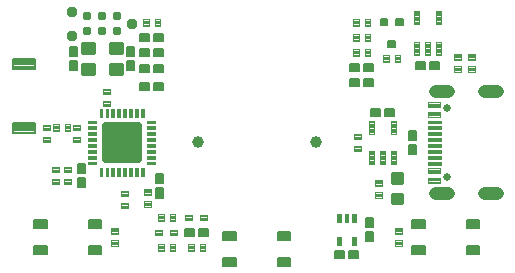
<source format=gbr>
G04 EAGLE Gerber RS-274X export*
G75*
%MOMM*%
%FSLAX34Y34*%
%LPD*%
%INSoldermask Top*%
%IPPOS*%
%AMOC8*
5,1,8,0,0,1.08239X$1,22.5*%
G01*
%ADD10C,0.200000*%
%ADD11C,0.160000*%
%ADD12C,0.148000*%
%ADD13C,0.100000*%
%ADD14C,0.300000*%
%ADD15C,0.055000*%
%ADD16C,0.510000*%
%ADD17C,0.120000*%
%ADD18C,1.000000*%
%ADD19C,0.140000*%
%ADD20C,0.950000*%
%ADD21C,0.787400*%
%ADD22C,0.110000*%
%ADD23C,0.080000*%
%ADD24C,1.108000*%
%ADD25C,0.650000*%
%ADD26C,0.060000*%
%ADD27C,0.220000*%


D10*
X-205850Y16370D02*
X-187850Y16370D01*
X-187850Y8370D01*
X-205850Y8370D01*
X-205850Y16370D01*
X-205850Y10270D02*
X-187850Y10270D01*
X-187850Y12170D02*
X-205850Y12170D01*
X-205850Y14070D02*
X-187850Y14070D01*
X-187850Y15970D02*
X-205850Y15970D01*
X-205850Y70370D02*
X-187850Y70370D01*
X-187850Y62370D01*
X-205850Y62370D01*
X-205850Y70370D01*
X-205850Y64270D02*
X-187850Y64270D01*
X-187850Y66170D02*
X-205850Y66170D01*
X-205850Y68070D02*
X-187850Y68070D01*
X-187850Y69970D02*
X-205850Y69970D01*
D11*
X-28200Y-97800D02*
X-17800Y-97800D01*
X-17800Y-104200D01*
X-28200Y-104200D01*
X-28200Y-97800D01*
X-28200Y-102680D02*
X-17800Y-102680D01*
X-17800Y-101160D02*
X-28200Y-101160D01*
X-28200Y-99640D02*
X-17800Y-99640D01*
X-17800Y-98120D02*
X-28200Y-98120D01*
X-28200Y-75800D02*
X-17800Y-75800D01*
X-17800Y-82200D01*
X-28200Y-82200D01*
X-28200Y-75800D01*
X-28200Y-80680D02*
X-17800Y-80680D01*
X-17800Y-79160D02*
X-28200Y-79160D01*
X-28200Y-77640D02*
X-17800Y-77640D01*
X-17800Y-76120D02*
X-28200Y-76120D01*
X17800Y-75800D02*
X28200Y-75800D01*
X28200Y-82200D01*
X17800Y-82200D01*
X17800Y-75800D01*
X17800Y-80680D02*
X28200Y-80680D01*
X28200Y-79160D02*
X17800Y-79160D01*
X17800Y-77640D02*
X28200Y-77640D01*
X28200Y-76120D02*
X17800Y-76120D01*
X17800Y-97800D02*
X28200Y-97800D01*
X28200Y-104200D01*
X17800Y-104200D01*
X17800Y-97800D01*
X17800Y-102680D02*
X28200Y-102680D01*
X28200Y-101160D02*
X17800Y-101160D01*
X17800Y-99640D02*
X28200Y-99640D01*
X28200Y-98120D02*
X17800Y-98120D01*
X-131800Y-72200D02*
X-142200Y-72200D01*
X-142200Y-65800D01*
X-131800Y-65800D01*
X-131800Y-72200D01*
X-131800Y-70680D02*
X-142200Y-70680D01*
X-142200Y-69160D02*
X-131800Y-69160D01*
X-131800Y-67640D02*
X-142200Y-67640D01*
X-142200Y-66120D02*
X-131800Y-66120D01*
X-131800Y-94200D02*
X-142200Y-94200D01*
X-142200Y-87800D01*
X-131800Y-87800D01*
X-131800Y-94200D01*
X-131800Y-92680D02*
X-142200Y-92680D01*
X-142200Y-91160D02*
X-131800Y-91160D01*
X-131800Y-89640D02*
X-142200Y-89640D01*
X-142200Y-88120D02*
X-131800Y-88120D01*
X-177800Y-94200D02*
X-188200Y-94200D01*
X-188200Y-87800D01*
X-177800Y-87800D01*
X-177800Y-94200D01*
X-177800Y-92680D02*
X-188200Y-92680D01*
X-188200Y-91160D02*
X-177800Y-91160D01*
X-177800Y-89640D02*
X-188200Y-89640D01*
X-188200Y-88120D02*
X-177800Y-88120D01*
X-177800Y-72200D02*
X-188200Y-72200D01*
X-188200Y-65800D01*
X-177800Y-65800D01*
X-177800Y-72200D01*
X-177800Y-70680D02*
X-188200Y-70680D01*
X-188200Y-69160D02*
X-177800Y-69160D01*
X-177800Y-67640D02*
X-188200Y-67640D01*
X-188200Y-66120D02*
X-177800Y-66120D01*
X131800Y-87800D02*
X142200Y-87800D01*
X142200Y-94200D01*
X131800Y-94200D01*
X131800Y-87800D01*
X131800Y-92680D02*
X142200Y-92680D01*
X142200Y-91160D02*
X131800Y-91160D01*
X131800Y-89640D02*
X142200Y-89640D01*
X142200Y-88120D02*
X131800Y-88120D01*
X131800Y-65800D02*
X142200Y-65800D01*
X142200Y-72200D01*
X131800Y-72200D01*
X131800Y-65800D01*
X131800Y-70680D02*
X142200Y-70680D01*
X142200Y-69160D02*
X131800Y-69160D01*
X131800Y-67640D02*
X142200Y-67640D01*
X142200Y-66120D02*
X131800Y-66120D01*
X177800Y-65800D02*
X188200Y-65800D01*
X188200Y-72200D01*
X177800Y-72200D01*
X177800Y-65800D01*
X177800Y-70680D02*
X188200Y-70680D01*
X188200Y-69160D02*
X177800Y-69160D01*
X177800Y-67640D02*
X188200Y-67640D01*
X188200Y-66120D02*
X177800Y-66120D01*
X177800Y-87800D02*
X188200Y-87800D01*
X188200Y-94200D01*
X177800Y-94200D01*
X177800Y-87800D01*
X177800Y-92680D02*
X188200Y-92680D01*
X188200Y-91160D02*
X177800Y-91160D01*
X177800Y-89640D02*
X188200Y-89640D01*
X188200Y-88120D02*
X177800Y-88120D01*
D12*
X98210Y-83545D02*
X98210Y-75775D01*
X98210Y-83545D02*
X92290Y-83545D01*
X92290Y-75775D01*
X98210Y-75775D01*
X98210Y-82139D02*
X92290Y-82139D01*
X92290Y-80733D02*
X98210Y-80733D01*
X98210Y-79327D02*
X92290Y-79327D01*
X92290Y-77921D02*
X98210Y-77921D01*
X98210Y-76515D02*
X92290Y-76515D01*
X98210Y-71545D02*
X98210Y-63775D01*
X98210Y-71545D02*
X92290Y-71545D01*
X92290Y-63775D01*
X98210Y-63775D01*
X98210Y-70139D02*
X92290Y-70139D01*
X92290Y-68733D02*
X98210Y-68733D01*
X98210Y-67327D02*
X92290Y-67327D01*
X92290Y-65921D02*
X98210Y-65921D01*
X98210Y-64515D02*
X92290Y-64515D01*
X-79015Y79160D02*
X-86785Y79160D01*
X-79015Y79160D02*
X-79015Y73240D01*
X-86785Y73240D01*
X-86785Y79160D01*
X-86785Y74646D02*
X-79015Y74646D01*
X-79015Y76052D02*
X-86785Y76052D01*
X-86785Y77458D02*
X-79015Y77458D01*
X-79015Y78864D02*
X-86785Y78864D01*
X-91015Y79160D02*
X-98785Y79160D01*
X-91015Y79160D02*
X-91015Y73240D01*
X-98785Y73240D01*
X-98785Y79160D01*
X-98785Y74646D02*
X-91015Y74646D01*
X-91015Y76052D02*
X-98785Y76052D01*
X-98785Y77458D02*
X-91015Y77458D01*
X-91015Y78864D02*
X-98785Y78864D01*
X-98785Y85940D02*
X-91015Y85940D01*
X-98785Y85940D02*
X-98785Y91860D01*
X-91015Y91860D01*
X-91015Y85940D01*
X-91015Y87346D02*
X-98785Y87346D01*
X-98785Y88752D02*
X-91015Y88752D01*
X-91015Y90158D02*
X-98785Y90158D01*
X-98785Y91564D02*
X-91015Y91564D01*
X-86785Y85940D02*
X-79015Y85940D01*
X-86785Y85940D02*
X-86785Y91860D01*
X-79015Y91860D01*
X-79015Y85940D01*
X-79015Y87346D02*
X-86785Y87346D01*
X-86785Y88752D02*
X-79015Y88752D01*
X-79015Y90158D02*
X-86785Y90158D01*
X-86785Y91564D02*
X-79015Y91564D01*
X91015Y66460D02*
X98785Y66460D01*
X98785Y60540D01*
X91015Y60540D01*
X91015Y66460D01*
X91015Y61946D02*
X98785Y61946D01*
X98785Y63352D02*
X91015Y63352D01*
X91015Y64758D02*
X98785Y64758D01*
X98785Y66164D02*
X91015Y66164D01*
X86785Y66460D02*
X79015Y66460D01*
X86785Y66460D02*
X86785Y60540D01*
X79015Y60540D01*
X79015Y66460D01*
X79015Y61946D02*
X86785Y61946D01*
X86785Y63352D02*
X79015Y63352D01*
X79015Y64758D02*
X86785Y64758D01*
X86785Y66164D02*
X79015Y66164D01*
X91015Y53760D02*
X98785Y53760D01*
X98785Y47840D01*
X91015Y47840D01*
X91015Y53760D01*
X91015Y49246D02*
X98785Y49246D01*
X98785Y50652D02*
X91015Y50652D01*
X91015Y52058D02*
X98785Y52058D01*
X98785Y53464D02*
X91015Y53464D01*
X86785Y53760D02*
X79015Y53760D01*
X86785Y53760D02*
X86785Y47840D01*
X79015Y47840D01*
X79015Y53760D01*
X79015Y49246D02*
X86785Y49246D01*
X86785Y50652D02*
X79015Y50652D01*
X79015Y52058D02*
X86785Y52058D01*
X86785Y53464D02*
X79015Y53464D01*
X-91015Y44030D02*
X-98785Y44030D01*
X-98785Y49950D01*
X-91015Y49950D01*
X-91015Y44030D01*
X-91015Y45436D02*
X-98785Y45436D01*
X-98785Y46842D02*
X-91015Y46842D01*
X-91015Y48248D02*
X-98785Y48248D01*
X-98785Y49654D02*
X-91015Y49654D01*
X-86785Y44030D02*
X-79015Y44030D01*
X-86785Y44030D02*
X-86785Y49950D01*
X-79015Y49950D01*
X-79015Y44030D01*
X-79015Y45436D02*
X-86785Y45436D01*
X-86785Y46842D02*
X-79015Y46842D01*
X-79015Y48248D02*
X-86785Y48248D01*
X-86785Y49654D02*
X-79015Y49654D01*
X-103720Y61235D02*
X-103720Y69005D01*
X-103720Y61235D02*
X-109640Y61235D01*
X-109640Y69005D01*
X-103720Y69005D01*
X-103720Y62641D02*
X-109640Y62641D01*
X-109640Y64047D02*
X-103720Y64047D01*
X-103720Y65453D02*
X-109640Y65453D01*
X-109640Y66859D02*
X-103720Y66859D01*
X-103720Y68265D02*
X-109640Y68265D01*
X-103720Y73235D02*
X-103720Y81005D01*
X-103720Y73235D02*
X-109640Y73235D01*
X-109640Y81005D01*
X-103720Y81005D01*
X-103720Y74641D02*
X-109640Y74641D01*
X-109640Y76047D02*
X-103720Y76047D01*
X-103720Y77453D02*
X-109640Y77453D01*
X-109640Y78859D02*
X-103720Y78859D01*
X-103720Y80265D02*
X-109640Y80265D01*
X-157900Y81005D02*
X-157900Y73235D01*
X-157900Y81005D02*
X-151980Y81005D01*
X-151980Y73235D01*
X-157900Y73235D01*
X-157900Y74641D02*
X-151980Y74641D01*
X-151980Y76047D02*
X-157900Y76047D01*
X-157900Y77453D02*
X-151980Y77453D01*
X-151980Y78859D02*
X-157900Y78859D01*
X-157900Y80265D02*
X-151980Y80265D01*
X-157900Y69005D02*
X-157900Y61235D01*
X-157900Y69005D02*
X-151980Y69005D01*
X-151980Y61235D01*
X-157900Y61235D01*
X-157900Y62641D02*
X-151980Y62641D01*
X-151980Y64047D02*
X-157900Y64047D01*
X-157900Y65453D02*
X-151980Y65453D01*
X-151980Y66859D02*
X-157900Y66859D01*
X-157900Y68265D02*
X-151980Y68265D01*
X66315Y-98210D02*
X74085Y-98210D01*
X66315Y-98210D02*
X66315Y-92290D01*
X74085Y-92290D01*
X74085Y-98210D01*
X74085Y-96804D02*
X66315Y-96804D01*
X66315Y-95398D02*
X74085Y-95398D01*
X74085Y-93992D02*
X66315Y-93992D01*
X66315Y-92586D02*
X74085Y-92586D01*
X78315Y-98210D02*
X86085Y-98210D01*
X78315Y-98210D02*
X78315Y-92290D01*
X86085Y-92290D01*
X86085Y-98210D01*
X86085Y-96804D02*
X78315Y-96804D01*
X78315Y-95398D02*
X86085Y-95398D01*
X86085Y-93992D02*
X78315Y-93992D01*
X78315Y-92586D02*
X86085Y-92586D01*
X-145630Y-37825D02*
X-145630Y-30055D01*
X-145630Y-37825D02*
X-151550Y-37825D01*
X-151550Y-30055D01*
X-145630Y-30055D01*
X-145630Y-36419D02*
X-151550Y-36419D01*
X-151550Y-35013D02*
X-145630Y-35013D01*
X-145630Y-33607D02*
X-151550Y-33607D01*
X-151550Y-32201D02*
X-145630Y-32201D01*
X-145630Y-30795D02*
X-151550Y-30795D01*
X-145630Y-25825D02*
X-145630Y-18055D01*
X-145630Y-25825D02*
X-151550Y-25825D01*
X-151550Y-18055D01*
X-145630Y-18055D01*
X-145630Y-24419D02*
X-151550Y-24419D01*
X-151550Y-23013D02*
X-145630Y-23013D01*
X-145630Y-21607D02*
X-151550Y-21607D01*
X-151550Y-20201D02*
X-145630Y-20201D01*
X-145630Y-18795D02*
X-151550Y-18795D01*
X-79590Y-38945D02*
X-79590Y-46715D01*
X-85510Y-46715D01*
X-85510Y-38945D01*
X-79590Y-38945D01*
X-79590Y-45309D02*
X-85510Y-45309D01*
X-85510Y-43903D02*
X-79590Y-43903D01*
X-79590Y-42497D02*
X-85510Y-42497D01*
X-85510Y-41091D02*
X-79590Y-41091D01*
X-79590Y-39685D02*
X-85510Y-39685D01*
X-79590Y-34715D02*
X-79590Y-26945D01*
X-79590Y-34715D02*
X-85510Y-34715D01*
X-85510Y-26945D01*
X-79590Y-26945D01*
X-79590Y-33309D02*
X-85510Y-33309D01*
X-85510Y-31903D02*
X-79590Y-31903D01*
X-79590Y-30497D02*
X-85510Y-30497D01*
X-85510Y-29091D02*
X-79590Y-29091D01*
X-79590Y-27685D02*
X-85510Y-27685D01*
X96795Y22440D02*
X104565Y22440D01*
X96795Y22440D02*
X96795Y28360D01*
X104565Y28360D01*
X104565Y22440D01*
X104565Y23846D02*
X96795Y23846D01*
X96795Y25252D02*
X104565Y25252D01*
X104565Y26658D02*
X96795Y26658D01*
X96795Y28064D02*
X104565Y28064D01*
X108795Y22440D02*
X116565Y22440D01*
X108795Y22440D02*
X108795Y28360D01*
X116565Y28360D01*
X116565Y22440D01*
X116565Y23846D02*
X108795Y23846D01*
X108795Y25252D02*
X116565Y25252D01*
X116565Y26658D02*
X108795Y26658D01*
X108795Y28064D02*
X116565Y28064D01*
X135040Y-2115D02*
X135040Y-9885D01*
X129120Y-9885D01*
X129120Y-2115D01*
X135040Y-2115D01*
X135040Y-8479D02*
X129120Y-8479D01*
X129120Y-7073D02*
X135040Y-7073D01*
X135040Y-5667D02*
X129120Y-5667D01*
X129120Y-4261D02*
X135040Y-4261D01*
X135040Y-2855D02*
X129120Y-2855D01*
X135040Y2115D02*
X135040Y9885D01*
X135040Y2115D02*
X129120Y2115D01*
X129120Y9885D01*
X135040Y9885D01*
X135040Y3521D02*
X129120Y3521D01*
X129120Y4927D02*
X135040Y4927D01*
X135040Y6333D02*
X129120Y6333D01*
X129120Y7739D02*
X135040Y7739D01*
X135040Y9145D02*
X129120Y9145D01*
X-52915Y-79160D02*
X-60685Y-79160D01*
X-60685Y-73240D01*
X-52915Y-73240D01*
X-52915Y-79160D01*
X-52915Y-77754D02*
X-60685Y-77754D01*
X-60685Y-76348D02*
X-52915Y-76348D01*
X-52915Y-74942D02*
X-60685Y-74942D01*
X-60685Y-73536D02*
X-52915Y-73536D01*
X-48685Y-79160D02*
X-40915Y-79160D01*
X-48685Y-79160D02*
X-48685Y-73240D01*
X-40915Y-73240D01*
X-40915Y-79160D01*
X-40915Y-77754D02*
X-48685Y-77754D01*
X-48685Y-76348D02*
X-40915Y-76348D01*
X-40915Y-74942D02*
X-48685Y-74942D01*
X-48685Y-73536D02*
X-40915Y-73536D01*
X134895Y61810D02*
X142665Y61810D01*
X134895Y61810D02*
X134895Y67730D01*
X142665Y67730D01*
X142665Y61810D01*
X142665Y63216D02*
X134895Y63216D01*
X134895Y64622D02*
X142665Y64622D01*
X142665Y66028D02*
X134895Y66028D01*
X134895Y67434D02*
X142665Y67434D01*
X146895Y61810D02*
X154665Y61810D01*
X146895Y61810D02*
X146895Y67730D01*
X154665Y67730D01*
X154665Y61810D01*
X154665Y63216D02*
X146895Y63216D01*
X146895Y64622D02*
X154665Y64622D01*
X154665Y66028D02*
X146895Y66028D01*
X146895Y67434D02*
X154665Y67434D01*
X-79015Y65190D02*
X-86785Y65190D01*
X-79015Y65190D02*
X-79015Y59270D01*
X-86785Y59270D01*
X-86785Y65190D01*
X-86785Y60676D02*
X-79015Y60676D01*
X-79015Y62082D02*
X-86785Y62082D01*
X-86785Y63488D02*
X-79015Y63488D01*
X-79015Y64894D02*
X-86785Y64894D01*
X-91015Y65190D02*
X-98785Y65190D01*
X-91015Y65190D02*
X-91015Y59270D01*
X-98785Y59270D01*
X-98785Y65190D01*
X-98785Y60676D02*
X-91015Y60676D01*
X-91015Y62082D02*
X-98785Y62082D01*
X-98785Y63488D02*
X-91015Y63488D01*
X-91015Y64894D02*
X-98785Y64894D01*
D13*
X-86200Y-74200D02*
X-80200Y-74200D01*
X-80200Y-78200D01*
X-86200Y-78200D01*
X-86200Y-74200D01*
X-86200Y-77250D02*
X-80200Y-77250D01*
X-80200Y-76300D02*
X-86200Y-76300D01*
X-86200Y-75350D02*
X-80200Y-75350D01*
X-80200Y-74400D02*
X-86200Y-74400D01*
X-73200Y-74200D02*
X-67200Y-74200D01*
X-67200Y-78200D01*
X-73200Y-78200D01*
X-73200Y-74200D01*
X-73200Y-77250D02*
X-67200Y-77250D01*
X-67200Y-76300D02*
X-73200Y-76300D01*
X-73200Y-75350D02*
X-67200Y-75350D01*
X-67200Y-74400D02*
X-73200Y-74400D01*
X-60800Y-61500D02*
X-54800Y-61500D01*
X-54800Y-65500D01*
X-60800Y-65500D01*
X-60800Y-61500D01*
X-60800Y-64550D02*
X-54800Y-64550D01*
X-54800Y-63600D02*
X-60800Y-63600D01*
X-60800Y-62650D02*
X-54800Y-62650D01*
X-54800Y-61700D02*
X-60800Y-61700D01*
X-47800Y-61500D02*
X-41800Y-61500D01*
X-41800Y-65500D01*
X-47800Y-65500D01*
X-47800Y-61500D01*
X-47800Y-64550D02*
X-41800Y-64550D01*
X-41800Y-63600D02*
X-47800Y-63600D01*
X-47800Y-62650D02*
X-41800Y-62650D01*
X-41800Y-61700D02*
X-47800Y-61700D01*
D14*
X115880Y-34100D02*
X122880Y-34100D01*
X115880Y-34100D02*
X115880Y-27100D01*
X122880Y-27100D01*
X122880Y-34100D01*
X122880Y-31250D02*
X115880Y-31250D01*
X115880Y-28400D02*
X122880Y-28400D01*
X122880Y-51640D02*
X115880Y-51640D01*
X115880Y-44640D01*
X122880Y-44640D01*
X122880Y-51640D01*
X122880Y-48790D02*
X115880Y-48790D01*
X115880Y-45940D02*
X122880Y-45940D01*
D15*
X-86075Y1400D02*
X-92525Y1400D01*
X-92525Y3600D01*
X-86075Y3600D01*
X-86075Y1400D01*
X-86075Y1922D02*
X-92525Y1922D01*
X-92525Y2444D02*
X-86075Y2444D01*
X-86075Y2966D02*
X-92525Y2966D01*
X-92525Y3488D02*
X-86075Y3488D01*
X-86075Y-3600D02*
X-92525Y-3600D01*
X-92525Y-1400D01*
X-86075Y-1400D01*
X-86075Y-3600D01*
X-86075Y-3078D02*
X-92525Y-3078D01*
X-92525Y-2556D02*
X-86075Y-2556D01*
X-86075Y-2034D02*
X-92525Y-2034D01*
X-92525Y-1512D02*
X-86075Y-1512D01*
X-86075Y-8600D02*
X-92525Y-8600D01*
X-92525Y-6400D01*
X-86075Y-6400D01*
X-86075Y-8600D01*
X-86075Y-8078D02*
X-92525Y-8078D01*
X-92525Y-7556D02*
X-86075Y-7556D01*
X-86075Y-7034D02*
X-92525Y-7034D01*
X-92525Y-6512D02*
X-86075Y-6512D01*
X-86075Y6400D02*
X-92525Y6400D01*
X-92525Y8600D01*
X-86075Y8600D01*
X-86075Y6400D01*
X-86075Y6922D02*
X-92525Y6922D01*
X-92525Y7444D02*
X-86075Y7444D01*
X-86075Y7966D02*
X-92525Y7966D01*
X-92525Y8488D02*
X-86075Y8488D01*
X-86075Y11400D02*
X-92525Y11400D01*
X-92525Y13600D01*
X-86075Y13600D01*
X-86075Y11400D01*
X-86075Y11922D02*
X-92525Y11922D01*
X-92525Y12444D02*
X-86075Y12444D01*
X-86075Y12966D02*
X-92525Y12966D01*
X-92525Y13488D02*
X-86075Y13488D01*
X-86075Y-13600D02*
X-92525Y-13600D01*
X-92525Y-11400D01*
X-86075Y-11400D01*
X-86075Y-13600D01*
X-86075Y-13078D02*
X-92525Y-13078D01*
X-92525Y-12556D02*
X-86075Y-12556D01*
X-86075Y-12034D02*
X-92525Y-12034D01*
X-92525Y-11512D02*
X-86075Y-11512D01*
X-86075Y-18600D02*
X-92525Y-18600D01*
X-92525Y-16400D01*
X-86075Y-16400D01*
X-86075Y-18600D01*
X-86075Y-18078D02*
X-92525Y-18078D01*
X-92525Y-17556D02*
X-86075Y-17556D01*
X-86075Y-17034D02*
X-92525Y-17034D01*
X-92525Y-16512D02*
X-86075Y-16512D01*
X-86075Y16400D02*
X-92525Y16400D01*
X-92525Y18600D01*
X-86075Y18600D01*
X-86075Y16400D01*
X-86075Y16922D02*
X-92525Y16922D01*
X-92525Y17444D02*
X-86075Y17444D01*
X-86075Y17966D02*
X-92525Y17966D01*
X-92525Y18488D02*
X-86075Y18488D01*
X-136075Y16400D02*
X-142525Y16400D01*
X-142525Y18600D01*
X-136075Y18600D01*
X-136075Y16400D01*
X-136075Y16922D02*
X-142525Y16922D01*
X-142525Y17444D02*
X-136075Y17444D01*
X-136075Y17966D02*
X-142525Y17966D01*
X-142525Y18488D02*
X-136075Y18488D01*
X-136075Y-18600D02*
X-142525Y-18600D01*
X-142525Y-16400D01*
X-136075Y-16400D01*
X-136075Y-18600D01*
X-136075Y-18078D02*
X-142525Y-18078D01*
X-142525Y-17556D02*
X-136075Y-17556D01*
X-136075Y-17034D02*
X-142525Y-17034D01*
X-142525Y-16512D02*
X-136075Y-16512D01*
X-136075Y-13600D02*
X-142525Y-13600D01*
X-142525Y-11400D01*
X-136075Y-11400D01*
X-136075Y-13600D01*
X-136075Y-13078D02*
X-142525Y-13078D01*
X-142525Y-12556D02*
X-136075Y-12556D01*
X-136075Y-12034D02*
X-142525Y-12034D01*
X-142525Y-11512D02*
X-136075Y-11512D01*
X-136075Y11400D02*
X-142525Y11400D01*
X-142525Y13600D01*
X-136075Y13600D01*
X-136075Y11400D01*
X-136075Y11922D02*
X-142525Y11922D01*
X-142525Y12444D02*
X-136075Y12444D01*
X-136075Y12966D02*
X-142525Y12966D01*
X-142525Y13488D02*
X-136075Y13488D01*
X-136075Y6400D02*
X-142525Y6400D01*
X-142525Y8600D01*
X-136075Y8600D01*
X-136075Y6400D01*
X-136075Y6922D02*
X-142525Y6922D01*
X-142525Y7444D02*
X-136075Y7444D01*
X-136075Y7966D02*
X-142525Y7966D01*
X-142525Y8488D02*
X-136075Y8488D01*
X-136075Y-8600D02*
X-142525Y-8600D01*
X-142525Y-6400D01*
X-136075Y-6400D01*
X-136075Y-8600D01*
X-136075Y-8078D02*
X-142525Y-8078D01*
X-142525Y-7556D02*
X-136075Y-7556D01*
X-136075Y-7034D02*
X-142525Y-7034D01*
X-142525Y-6512D02*
X-136075Y-6512D01*
X-136075Y-3600D02*
X-142525Y-3600D01*
X-142525Y-1400D01*
X-136075Y-1400D01*
X-136075Y-3600D01*
X-136075Y-3078D02*
X-142525Y-3078D01*
X-142525Y-2556D02*
X-136075Y-2556D01*
X-136075Y-2034D02*
X-142525Y-2034D01*
X-142525Y-1512D02*
X-136075Y-1512D01*
X-136075Y1400D02*
X-142525Y1400D01*
X-142525Y3600D01*
X-136075Y3600D01*
X-136075Y1400D01*
X-136075Y1922D02*
X-142525Y1922D01*
X-142525Y2444D02*
X-136075Y2444D01*
X-136075Y2966D02*
X-142525Y2966D01*
X-142525Y3488D02*
X-136075Y3488D01*
X-115700Y21775D02*
X-115700Y28225D01*
X-115700Y21775D02*
X-117900Y21775D01*
X-117900Y28225D01*
X-115700Y28225D01*
X-115700Y22297D02*
X-117900Y22297D01*
X-117900Y22819D02*
X-115700Y22819D01*
X-115700Y23341D02*
X-117900Y23341D01*
X-117900Y23863D02*
X-115700Y23863D01*
X-115700Y24385D02*
X-117900Y24385D01*
X-117900Y24907D02*
X-115700Y24907D01*
X-115700Y25429D02*
X-117900Y25429D01*
X-117900Y25951D02*
X-115700Y25951D01*
X-115700Y26473D02*
X-117900Y26473D01*
X-117900Y26995D02*
X-115700Y26995D01*
X-115700Y27517D02*
X-117900Y27517D01*
X-117900Y28039D02*
X-115700Y28039D01*
X-115700Y-21775D02*
X-115700Y-28225D01*
X-117900Y-28225D01*
X-117900Y-21775D01*
X-115700Y-21775D01*
X-115700Y-27703D02*
X-117900Y-27703D01*
X-117900Y-27181D02*
X-115700Y-27181D01*
X-115700Y-26659D02*
X-117900Y-26659D01*
X-117900Y-26137D02*
X-115700Y-26137D01*
X-115700Y-25615D02*
X-117900Y-25615D01*
X-117900Y-25093D02*
X-115700Y-25093D01*
X-115700Y-24571D02*
X-117900Y-24571D01*
X-117900Y-24049D02*
X-115700Y-24049D01*
X-115700Y-23527D02*
X-117900Y-23527D01*
X-117900Y-23005D02*
X-115700Y-23005D01*
X-115700Y-22483D02*
X-117900Y-22483D01*
X-117900Y-21961D02*
X-115700Y-21961D01*
X-110700Y-21775D02*
X-110700Y-28225D01*
X-112900Y-28225D01*
X-112900Y-21775D01*
X-110700Y-21775D01*
X-110700Y-27703D02*
X-112900Y-27703D01*
X-112900Y-27181D02*
X-110700Y-27181D01*
X-110700Y-26659D02*
X-112900Y-26659D01*
X-112900Y-26137D02*
X-110700Y-26137D01*
X-110700Y-25615D02*
X-112900Y-25615D01*
X-112900Y-25093D02*
X-110700Y-25093D01*
X-110700Y-24571D02*
X-112900Y-24571D01*
X-112900Y-24049D02*
X-110700Y-24049D01*
X-110700Y-23527D02*
X-112900Y-23527D01*
X-112900Y-23005D02*
X-110700Y-23005D01*
X-110700Y-22483D02*
X-112900Y-22483D01*
X-112900Y-21961D02*
X-110700Y-21961D01*
X-110700Y21775D02*
X-110700Y28225D01*
X-110700Y21775D02*
X-112900Y21775D01*
X-112900Y28225D01*
X-110700Y28225D01*
X-110700Y22297D02*
X-112900Y22297D01*
X-112900Y22819D02*
X-110700Y22819D01*
X-110700Y23341D02*
X-112900Y23341D01*
X-112900Y23863D02*
X-110700Y23863D01*
X-110700Y24385D02*
X-112900Y24385D01*
X-112900Y24907D02*
X-110700Y24907D01*
X-110700Y25429D02*
X-112900Y25429D01*
X-112900Y25951D02*
X-110700Y25951D01*
X-110700Y26473D02*
X-112900Y26473D01*
X-112900Y26995D02*
X-110700Y26995D01*
X-110700Y27517D02*
X-112900Y27517D01*
X-112900Y28039D02*
X-110700Y28039D01*
X-105700Y28225D02*
X-105700Y21775D01*
X-107900Y21775D01*
X-107900Y28225D01*
X-105700Y28225D01*
X-105700Y22297D02*
X-107900Y22297D01*
X-107900Y22819D02*
X-105700Y22819D01*
X-105700Y23341D02*
X-107900Y23341D01*
X-107900Y23863D02*
X-105700Y23863D01*
X-105700Y24385D02*
X-107900Y24385D01*
X-107900Y24907D02*
X-105700Y24907D01*
X-105700Y25429D02*
X-107900Y25429D01*
X-107900Y25951D02*
X-105700Y25951D01*
X-105700Y26473D02*
X-107900Y26473D01*
X-107900Y26995D02*
X-105700Y26995D01*
X-105700Y27517D02*
X-107900Y27517D01*
X-107900Y28039D02*
X-105700Y28039D01*
X-105700Y-21775D02*
X-105700Y-28225D01*
X-107900Y-28225D01*
X-107900Y-21775D01*
X-105700Y-21775D01*
X-105700Y-27703D02*
X-107900Y-27703D01*
X-107900Y-27181D02*
X-105700Y-27181D01*
X-105700Y-26659D02*
X-107900Y-26659D01*
X-107900Y-26137D02*
X-105700Y-26137D01*
X-105700Y-25615D02*
X-107900Y-25615D01*
X-107900Y-25093D02*
X-105700Y-25093D01*
X-105700Y-24571D02*
X-107900Y-24571D01*
X-107900Y-24049D02*
X-105700Y-24049D01*
X-105700Y-23527D02*
X-107900Y-23527D01*
X-107900Y-23005D02*
X-105700Y-23005D01*
X-105700Y-22483D02*
X-107900Y-22483D01*
X-107900Y-21961D02*
X-105700Y-21961D01*
X-120700Y-21775D02*
X-120700Y-28225D01*
X-122900Y-28225D01*
X-122900Y-21775D01*
X-120700Y-21775D01*
X-120700Y-27703D02*
X-122900Y-27703D01*
X-122900Y-27181D02*
X-120700Y-27181D01*
X-120700Y-26659D02*
X-122900Y-26659D01*
X-122900Y-26137D02*
X-120700Y-26137D01*
X-120700Y-25615D02*
X-122900Y-25615D01*
X-122900Y-25093D02*
X-120700Y-25093D01*
X-120700Y-24571D02*
X-122900Y-24571D01*
X-122900Y-24049D02*
X-120700Y-24049D01*
X-120700Y-23527D02*
X-122900Y-23527D01*
X-122900Y-23005D02*
X-120700Y-23005D01*
X-120700Y-22483D02*
X-122900Y-22483D01*
X-122900Y-21961D02*
X-120700Y-21961D01*
X-120700Y21775D02*
X-120700Y28225D01*
X-120700Y21775D02*
X-122900Y21775D01*
X-122900Y28225D01*
X-120700Y28225D01*
X-120700Y22297D02*
X-122900Y22297D01*
X-122900Y22819D02*
X-120700Y22819D01*
X-120700Y23341D02*
X-122900Y23341D01*
X-122900Y23863D02*
X-120700Y23863D01*
X-120700Y24385D02*
X-122900Y24385D01*
X-122900Y24907D02*
X-120700Y24907D01*
X-120700Y25429D02*
X-122900Y25429D01*
X-122900Y25951D02*
X-120700Y25951D01*
X-120700Y26473D02*
X-122900Y26473D01*
X-122900Y26995D02*
X-120700Y26995D01*
X-120700Y27517D02*
X-122900Y27517D01*
X-122900Y28039D02*
X-120700Y28039D01*
X-125700Y28225D02*
X-125700Y21775D01*
X-127900Y21775D01*
X-127900Y28225D01*
X-125700Y28225D01*
X-125700Y22297D02*
X-127900Y22297D01*
X-127900Y22819D02*
X-125700Y22819D01*
X-125700Y23341D02*
X-127900Y23341D01*
X-127900Y23863D02*
X-125700Y23863D01*
X-125700Y24385D02*
X-127900Y24385D01*
X-127900Y24907D02*
X-125700Y24907D01*
X-125700Y25429D02*
X-127900Y25429D01*
X-127900Y25951D02*
X-125700Y25951D01*
X-125700Y26473D02*
X-127900Y26473D01*
X-127900Y26995D02*
X-125700Y26995D01*
X-125700Y27517D02*
X-127900Y27517D01*
X-127900Y28039D02*
X-125700Y28039D01*
X-125700Y-21775D02*
X-125700Y-28225D01*
X-127900Y-28225D01*
X-127900Y-21775D01*
X-125700Y-21775D01*
X-125700Y-27703D02*
X-127900Y-27703D01*
X-127900Y-27181D02*
X-125700Y-27181D01*
X-125700Y-26659D02*
X-127900Y-26659D01*
X-127900Y-26137D02*
X-125700Y-26137D01*
X-125700Y-25615D02*
X-127900Y-25615D01*
X-127900Y-25093D02*
X-125700Y-25093D01*
X-125700Y-24571D02*
X-127900Y-24571D01*
X-127900Y-24049D02*
X-125700Y-24049D01*
X-125700Y-23527D02*
X-127900Y-23527D01*
X-127900Y-23005D02*
X-125700Y-23005D01*
X-125700Y-22483D02*
X-127900Y-22483D01*
X-127900Y-21961D02*
X-125700Y-21961D01*
X-100700Y-21775D02*
X-100700Y-28225D01*
X-102900Y-28225D01*
X-102900Y-21775D01*
X-100700Y-21775D01*
X-100700Y-27703D02*
X-102900Y-27703D01*
X-102900Y-27181D02*
X-100700Y-27181D01*
X-100700Y-26659D02*
X-102900Y-26659D01*
X-102900Y-26137D02*
X-100700Y-26137D01*
X-100700Y-25615D02*
X-102900Y-25615D01*
X-102900Y-25093D02*
X-100700Y-25093D01*
X-100700Y-24571D02*
X-102900Y-24571D01*
X-102900Y-24049D02*
X-100700Y-24049D01*
X-100700Y-23527D02*
X-102900Y-23527D01*
X-102900Y-23005D02*
X-100700Y-23005D01*
X-100700Y-22483D02*
X-102900Y-22483D01*
X-102900Y-21961D02*
X-100700Y-21961D01*
X-100700Y21775D02*
X-100700Y28225D01*
X-100700Y21775D02*
X-102900Y21775D01*
X-102900Y28225D01*
X-100700Y28225D01*
X-100700Y22297D02*
X-102900Y22297D01*
X-102900Y22819D02*
X-100700Y22819D01*
X-100700Y23341D02*
X-102900Y23341D01*
X-102900Y23863D02*
X-100700Y23863D01*
X-100700Y24385D02*
X-102900Y24385D01*
X-102900Y24907D02*
X-100700Y24907D01*
X-100700Y25429D02*
X-102900Y25429D01*
X-102900Y25951D02*
X-100700Y25951D01*
X-100700Y26473D02*
X-102900Y26473D01*
X-102900Y26995D02*
X-100700Y26995D01*
X-100700Y27517D02*
X-102900Y27517D01*
X-102900Y28039D02*
X-100700Y28039D01*
X-95700Y28225D02*
X-95700Y21775D01*
X-97900Y21775D01*
X-97900Y28225D01*
X-95700Y28225D01*
X-95700Y22297D02*
X-97900Y22297D01*
X-97900Y22819D02*
X-95700Y22819D01*
X-95700Y23341D02*
X-97900Y23341D01*
X-97900Y23863D02*
X-95700Y23863D01*
X-95700Y24385D02*
X-97900Y24385D01*
X-97900Y24907D02*
X-95700Y24907D01*
X-95700Y25429D02*
X-97900Y25429D01*
X-97900Y25951D02*
X-95700Y25951D01*
X-95700Y26473D02*
X-97900Y26473D01*
X-97900Y26995D02*
X-95700Y26995D01*
X-95700Y27517D02*
X-97900Y27517D01*
X-97900Y28039D02*
X-95700Y28039D01*
X-95700Y-21775D02*
X-95700Y-28225D01*
X-97900Y-28225D01*
X-97900Y-21775D01*
X-95700Y-21775D01*
X-95700Y-27703D02*
X-97900Y-27703D01*
X-97900Y-27181D02*
X-95700Y-27181D01*
X-95700Y-26659D02*
X-97900Y-26659D01*
X-97900Y-26137D02*
X-95700Y-26137D01*
X-95700Y-25615D02*
X-97900Y-25615D01*
X-97900Y-25093D02*
X-95700Y-25093D01*
X-95700Y-24571D02*
X-97900Y-24571D01*
X-97900Y-24049D02*
X-95700Y-24049D01*
X-95700Y-23527D02*
X-97900Y-23527D01*
X-97900Y-23005D02*
X-95700Y-23005D01*
X-95700Y-22483D02*
X-97900Y-22483D01*
X-97900Y-21961D02*
X-95700Y-21961D01*
X-130700Y-21775D02*
X-130700Y-28225D01*
X-132900Y-28225D01*
X-132900Y-21775D01*
X-130700Y-21775D01*
X-130700Y-27703D02*
X-132900Y-27703D01*
X-132900Y-27181D02*
X-130700Y-27181D01*
X-130700Y-26659D02*
X-132900Y-26659D01*
X-132900Y-26137D02*
X-130700Y-26137D01*
X-130700Y-25615D02*
X-132900Y-25615D01*
X-132900Y-25093D02*
X-130700Y-25093D01*
X-130700Y-24571D02*
X-132900Y-24571D01*
X-132900Y-24049D02*
X-130700Y-24049D01*
X-130700Y-23527D02*
X-132900Y-23527D01*
X-132900Y-23005D02*
X-130700Y-23005D01*
X-130700Y-22483D02*
X-132900Y-22483D01*
X-132900Y-21961D02*
X-130700Y-21961D01*
X-130700Y21775D02*
X-130700Y28225D01*
X-130700Y21775D02*
X-132900Y21775D01*
X-132900Y28225D01*
X-130700Y28225D01*
X-130700Y22297D02*
X-132900Y22297D01*
X-132900Y22819D02*
X-130700Y22819D01*
X-130700Y23341D02*
X-132900Y23341D01*
X-132900Y23863D02*
X-130700Y23863D01*
X-130700Y24385D02*
X-132900Y24385D01*
X-132900Y24907D02*
X-130700Y24907D01*
X-130700Y25429D02*
X-132900Y25429D01*
X-132900Y25951D02*
X-130700Y25951D01*
X-130700Y26473D02*
X-132900Y26473D01*
X-132900Y26995D02*
X-130700Y26995D01*
X-130700Y27517D02*
X-132900Y27517D01*
X-132900Y28039D02*
X-130700Y28039D01*
D16*
X-128750Y14450D02*
X-99850Y14450D01*
X-99850Y-14450D01*
X-128750Y-14450D01*
X-128750Y14450D01*
X-128750Y-9605D02*
X-99850Y-9605D01*
X-99850Y-4760D02*
X-128750Y-4760D01*
X-128750Y85D02*
X-99850Y85D01*
X-99850Y4930D02*
X-128750Y4930D01*
X-128750Y9775D02*
X-99850Y9775D01*
D17*
X-174900Y5020D02*
X-174900Y220D01*
X-180700Y220D01*
X-180700Y5020D01*
X-174900Y5020D01*
X-174900Y1360D02*
X-180700Y1360D01*
X-180700Y2500D02*
X-174900Y2500D01*
X-174900Y3640D02*
X-180700Y3640D01*
X-180700Y4780D02*
X-174900Y4780D01*
X-174900Y10220D02*
X-174900Y15020D01*
X-174900Y10220D02*
X-180700Y10220D01*
X-180700Y15020D01*
X-174900Y15020D01*
X-174900Y11360D02*
X-180700Y11360D01*
X-180700Y12500D02*
X-174900Y12500D01*
X-174900Y13640D02*
X-180700Y13640D01*
X-180700Y14780D02*
X-174900Y14780D01*
X-149500Y5020D02*
X-149500Y220D01*
X-155300Y220D01*
X-155300Y5020D01*
X-149500Y5020D01*
X-149500Y1360D02*
X-155300Y1360D01*
X-155300Y2500D02*
X-149500Y2500D01*
X-149500Y3640D02*
X-155300Y3640D01*
X-155300Y4780D02*
X-149500Y4780D01*
X-149500Y10220D02*
X-149500Y15020D01*
X-149500Y10220D02*
X-155300Y10220D01*
X-155300Y15020D01*
X-149500Y15020D01*
X-149500Y11360D02*
X-155300Y11360D01*
X-155300Y12500D02*
X-149500Y12500D01*
X-149500Y13640D02*
X-155300Y13640D01*
X-155300Y14780D02*
X-149500Y14780D01*
X-157700Y15600D02*
X-162500Y15600D01*
X-157700Y15600D02*
X-157700Y9800D01*
X-162500Y9800D01*
X-162500Y15600D01*
X-162500Y10940D02*
X-157700Y10940D01*
X-157700Y12080D02*
X-162500Y12080D01*
X-162500Y13220D02*
X-157700Y13220D01*
X-157700Y14360D02*
X-162500Y14360D01*
X-162500Y15500D02*
X-157700Y15500D01*
X-167700Y15600D02*
X-172500Y15600D01*
X-167700Y15600D02*
X-167700Y9800D01*
X-172500Y9800D01*
X-172500Y15600D01*
X-172500Y10940D02*
X-167700Y10940D01*
X-167700Y12080D02*
X-172500Y12080D01*
X-172500Y13220D02*
X-167700Y13220D01*
X-167700Y14360D02*
X-172500Y14360D01*
X-172500Y15500D02*
X-167700Y15500D01*
D18*
X50000Y0D03*
X-50000Y0D03*
D19*
X118000Y104760D02*
X123600Y104760D01*
X123600Y99160D01*
X118000Y99160D01*
X118000Y104760D01*
X118000Y100490D02*
X123600Y100490D01*
X123600Y101820D02*
X118000Y101820D01*
X118000Y103150D02*
X123600Y103150D01*
X123600Y104480D02*
X118000Y104480D01*
X110600Y104760D02*
X105000Y104760D01*
X110600Y104760D02*
X110600Y99160D01*
X105000Y99160D01*
X105000Y104760D01*
X105000Y100490D02*
X110600Y100490D01*
X110600Y101820D02*
X105000Y101820D01*
X105000Y103150D02*
X110600Y103150D01*
X110600Y104480D02*
X105000Y104480D01*
X111500Y86260D02*
X117100Y86260D01*
X117100Y80660D01*
X111500Y80660D01*
X111500Y86260D01*
X111500Y81990D02*
X117100Y81990D01*
X117100Y83320D02*
X111500Y83320D01*
X111500Y84650D02*
X117100Y84650D01*
X117100Y85980D02*
X111500Y85980D01*
D17*
X-167280Y-30540D02*
X-167280Y-35340D01*
X-173080Y-35340D01*
X-173080Y-30540D01*
X-167280Y-30540D01*
X-167280Y-34200D02*
X-173080Y-34200D01*
X-173080Y-33060D02*
X-167280Y-33060D01*
X-167280Y-31920D02*
X-173080Y-31920D01*
X-173080Y-30780D02*
X-167280Y-30780D01*
X-167280Y-25340D02*
X-167280Y-20540D01*
X-167280Y-25340D02*
X-173080Y-25340D01*
X-173080Y-20540D01*
X-167280Y-20540D01*
X-167280Y-24200D02*
X-173080Y-24200D01*
X-173080Y-23060D02*
X-167280Y-23060D01*
X-167280Y-21920D02*
X-173080Y-21920D01*
X-173080Y-20780D02*
X-167280Y-20780D01*
X-162920Y-20540D02*
X-162920Y-25340D01*
X-162920Y-20540D02*
X-157120Y-20540D01*
X-157120Y-25340D01*
X-162920Y-25340D01*
X-162920Y-24200D02*
X-157120Y-24200D01*
X-157120Y-23060D02*
X-162920Y-23060D01*
X-162920Y-21920D02*
X-157120Y-21920D01*
X-157120Y-20780D02*
X-162920Y-20780D01*
X-162920Y-30540D02*
X-162920Y-35340D01*
X-162920Y-30540D02*
X-157120Y-30540D01*
X-157120Y-35340D01*
X-162920Y-35340D01*
X-162920Y-34200D02*
X-157120Y-34200D01*
X-157120Y-33060D02*
X-162920Y-33060D01*
X-162920Y-31920D02*
X-157120Y-31920D01*
X-157120Y-30780D02*
X-162920Y-30780D01*
X-83600Y-91800D02*
X-78800Y-91800D01*
X-83600Y-91800D02*
X-83600Y-86000D01*
X-78800Y-86000D01*
X-78800Y-91800D01*
X-78800Y-90660D02*
X-83600Y-90660D01*
X-83600Y-89520D02*
X-78800Y-89520D01*
X-78800Y-88380D02*
X-83600Y-88380D01*
X-83600Y-87240D02*
X-78800Y-87240D01*
X-78800Y-86100D02*
X-83600Y-86100D01*
X-73600Y-91800D02*
X-68800Y-91800D01*
X-73600Y-91800D02*
X-73600Y-86000D01*
X-68800Y-86000D01*
X-68800Y-91800D01*
X-68800Y-90660D02*
X-73600Y-90660D01*
X-73600Y-89520D02*
X-68800Y-89520D01*
X-68800Y-88380D02*
X-73600Y-88380D01*
X-73600Y-87240D02*
X-68800Y-87240D01*
X-68800Y-86100D02*
X-73600Y-86100D01*
X82190Y2600D02*
X82190Y7400D01*
X87990Y7400D01*
X87990Y2600D01*
X82190Y2600D01*
X82190Y3740D02*
X87990Y3740D01*
X87990Y4880D02*
X82190Y4880D01*
X82190Y6020D02*
X87990Y6020D01*
X87990Y7160D02*
X82190Y7160D01*
X82190Y-2600D02*
X82190Y-7400D01*
X82190Y-2600D02*
X87990Y-2600D01*
X87990Y-7400D01*
X82190Y-7400D01*
X82190Y-6260D02*
X87990Y-6260D01*
X87990Y-5120D02*
X82190Y-5120D01*
X82190Y-3980D02*
X87990Y-3980D01*
X87990Y-2840D02*
X82190Y-2840D01*
X117100Y-72600D02*
X117100Y-77400D01*
X117100Y-72600D02*
X122900Y-72600D01*
X122900Y-77400D01*
X117100Y-77400D01*
X117100Y-76260D02*
X122900Y-76260D01*
X122900Y-75120D02*
X117100Y-75120D01*
X117100Y-73980D02*
X122900Y-73980D01*
X122900Y-72840D02*
X117100Y-72840D01*
X117100Y-82600D02*
X117100Y-87400D01*
X117100Y-82600D02*
X122900Y-82600D01*
X122900Y-87400D01*
X117100Y-87400D01*
X117100Y-86260D02*
X122900Y-86260D01*
X122900Y-85120D02*
X117100Y-85120D01*
X117100Y-83980D02*
X122900Y-83980D01*
X122900Y-82840D02*
X117100Y-82840D01*
X-117100Y-82600D02*
X-117100Y-87400D01*
X-122900Y-87400D01*
X-122900Y-82600D01*
X-117100Y-82600D01*
X-117100Y-86260D02*
X-122900Y-86260D01*
X-122900Y-85120D02*
X-117100Y-85120D01*
X-117100Y-83980D02*
X-122900Y-83980D01*
X-122900Y-82840D02*
X-117100Y-82840D01*
X-117100Y-77400D02*
X-117100Y-72600D01*
X-117100Y-77400D02*
X-122900Y-77400D01*
X-122900Y-72600D01*
X-117100Y-72600D01*
X-117100Y-76260D02*
X-122900Y-76260D01*
X-122900Y-75120D02*
X-117100Y-75120D01*
X-117100Y-73980D02*
X-122900Y-73980D01*
X-122900Y-72840D02*
X-117100Y-72840D01*
X99970Y-36770D02*
X99970Y-31970D01*
X105770Y-31970D01*
X105770Y-36770D01*
X99970Y-36770D01*
X99970Y-35630D02*
X105770Y-35630D01*
X105770Y-34490D02*
X99970Y-34490D01*
X99970Y-33350D02*
X105770Y-33350D01*
X105770Y-32210D02*
X99970Y-32210D01*
X99970Y-41970D02*
X99970Y-46770D01*
X99970Y-41970D02*
X105770Y-41970D01*
X105770Y-46770D01*
X99970Y-46770D01*
X99970Y-45630D02*
X105770Y-45630D01*
X105770Y-44490D02*
X99970Y-44490D01*
X99970Y-43350D02*
X105770Y-43350D01*
X105770Y-42210D02*
X99970Y-42210D01*
X86300Y98700D02*
X81500Y98700D01*
X81500Y104500D01*
X86300Y104500D01*
X86300Y98700D01*
X86300Y99840D02*
X81500Y99840D01*
X81500Y100980D02*
X86300Y100980D01*
X86300Y102120D02*
X81500Y102120D01*
X81500Y103260D02*
X86300Y103260D01*
X86300Y104400D02*
X81500Y104400D01*
X91500Y98700D02*
X96300Y98700D01*
X91500Y98700D02*
X91500Y104500D01*
X96300Y104500D01*
X96300Y98700D01*
X96300Y99840D02*
X91500Y99840D01*
X91500Y100980D02*
X96300Y100980D01*
X96300Y102120D02*
X91500Y102120D01*
X91500Y103260D02*
X96300Y103260D01*
X96300Y104400D02*
X91500Y104400D01*
X86300Y86000D02*
X81500Y86000D01*
X81500Y91800D01*
X86300Y91800D01*
X86300Y86000D01*
X86300Y87140D02*
X81500Y87140D01*
X81500Y88280D02*
X86300Y88280D01*
X86300Y89420D02*
X81500Y89420D01*
X81500Y90560D02*
X86300Y90560D01*
X86300Y91700D02*
X81500Y91700D01*
X91500Y86000D02*
X96300Y86000D01*
X91500Y86000D02*
X91500Y91800D01*
X96300Y91800D01*
X96300Y86000D01*
X96300Y87140D02*
X91500Y87140D01*
X91500Y88280D02*
X96300Y88280D01*
X96300Y89420D02*
X91500Y89420D01*
X91500Y90560D02*
X96300Y90560D01*
X96300Y91700D02*
X91500Y91700D01*
X-129900Y45500D02*
X-129900Y40700D01*
X-129900Y45500D02*
X-124100Y45500D01*
X-124100Y40700D01*
X-129900Y40700D01*
X-129900Y41840D02*
X-124100Y41840D01*
X-124100Y42980D02*
X-129900Y42980D01*
X-129900Y44120D02*
X-124100Y44120D01*
X-124100Y45260D02*
X-129900Y45260D01*
X-129900Y35500D02*
X-129900Y30700D01*
X-129900Y35500D02*
X-124100Y35500D01*
X-124100Y30700D01*
X-129900Y30700D01*
X-129900Y31840D02*
X-124100Y31840D01*
X-124100Y32980D02*
X-129900Y32980D01*
X-129900Y34120D02*
X-124100Y34120D01*
X-124100Y35260D02*
X-129900Y35260D01*
X-114660Y-40860D02*
X-114660Y-45660D01*
X-114660Y-40860D02*
X-108860Y-40860D01*
X-108860Y-45660D01*
X-114660Y-45660D01*
X-114660Y-44520D02*
X-108860Y-44520D01*
X-108860Y-43380D02*
X-114660Y-43380D01*
X-114660Y-42240D02*
X-108860Y-42240D01*
X-108860Y-41100D02*
X-114660Y-41100D01*
X-114660Y-50860D02*
X-114660Y-55660D01*
X-114660Y-50860D02*
X-108860Y-50860D01*
X-108860Y-55660D01*
X-114660Y-55660D01*
X-114660Y-54520D02*
X-108860Y-54520D01*
X-108860Y-53380D02*
X-114660Y-53380D01*
X-114660Y-52240D02*
X-108860Y-52240D01*
X-108860Y-51100D02*
X-114660Y-51100D01*
X-89810Y-49590D02*
X-89810Y-54390D01*
X-95610Y-54390D01*
X-95610Y-49590D01*
X-89810Y-49590D01*
X-89810Y-53250D02*
X-95610Y-53250D01*
X-95610Y-52110D02*
X-89810Y-52110D01*
X-89810Y-50970D02*
X-95610Y-50970D01*
X-95610Y-49830D02*
X-89810Y-49830D01*
X-89810Y-44390D02*
X-89810Y-39590D01*
X-89810Y-44390D02*
X-95610Y-44390D01*
X-95610Y-39590D01*
X-89810Y-39590D01*
X-89810Y-43250D02*
X-95610Y-43250D01*
X-95610Y-42110D02*
X-89810Y-42110D01*
X-89810Y-40970D02*
X-95610Y-40970D01*
X-95610Y-39830D02*
X-89810Y-39830D01*
X-58200Y-91800D02*
X-53400Y-91800D01*
X-58200Y-91800D02*
X-58200Y-86000D01*
X-53400Y-86000D01*
X-53400Y-91800D01*
X-53400Y-90660D02*
X-58200Y-90660D01*
X-58200Y-89520D02*
X-53400Y-89520D01*
X-53400Y-88380D02*
X-58200Y-88380D01*
X-58200Y-87240D02*
X-53400Y-87240D01*
X-53400Y-86100D02*
X-58200Y-86100D01*
X-48200Y-91800D02*
X-43400Y-91800D01*
X-48200Y-91800D02*
X-48200Y-86000D01*
X-43400Y-86000D01*
X-43400Y-91800D01*
X-43400Y-90660D02*
X-48200Y-90660D01*
X-48200Y-89520D02*
X-43400Y-89520D01*
X-43400Y-88380D02*
X-48200Y-88380D01*
X-48200Y-87240D02*
X-43400Y-87240D01*
X-43400Y-86100D02*
X-48200Y-86100D01*
X-68800Y-60600D02*
X-73600Y-60600D01*
X-68800Y-60600D02*
X-68800Y-66400D01*
X-73600Y-66400D01*
X-73600Y-60600D01*
X-73600Y-65260D02*
X-68800Y-65260D01*
X-68800Y-64120D02*
X-73600Y-64120D01*
X-73600Y-62980D02*
X-68800Y-62980D01*
X-68800Y-61840D02*
X-73600Y-61840D01*
X-73600Y-60700D02*
X-68800Y-60700D01*
X-78800Y-60600D02*
X-83600Y-60600D01*
X-78800Y-60600D02*
X-78800Y-66400D01*
X-83600Y-66400D01*
X-83600Y-60600D01*
X-83600Y-65260D02*
X-78800Y-65260D01*
X-78800Y-64120D02*
X-83600Y-64120D01*
X-83600Y-62980D02*
X-78800Y-62980D01*
X-78800Y-61840D02*
X-83600Y-61840D01*
X-83600Y-60700D02*
X-78800Y-60700D01*
X-91500Y98700D02*
X-96300Y98700D01*
X-96300Y104500D01*
X-91500Y104500D01*
X-91500Y98700D01*
X-91500Y99840D02*
X-96300Y99840D01*
X-96300Y100980D02*
X-91500Y100980D01*
X-91500Y102120D02*
X-96300Y102120D01*
X-96300Y103260D02*
X-91500Y103260D01*
X-91500Y104400D02*
X-96300Y104400D01*
X-86300Y98700D02*
X-81500Y98700D01*
X-86300Y98700D02*
X-86300Y104500D01*
X-81500Y104500D01*
X-81500Y98700D01*
X-81500Y99840D02*
X-86300Y99840D01*
X-86300Y100980D02*
X-81500Y100980D01*
X-81500Y102120D02*
X-86300Y102120D01*
X-86300Y103260D02*
X-81500Y103260D01*
X-81500Y104400D02*
X-86300Y104400D01*
X91500Y79100D02*
X96300Y79100D01*
X96300Y73300D01*
X91500Y73300D01*
X91500Y79100D01*
X91500Y74440D02*
X96300Y74440D01*
X96300Y75580D02*
X91500Y75580D01*
X91500Y76720D02*
X96300Y76720D01*
X96300Y77860D02*
X91500Y77860D01*
X91500Y79000D02*
X96300Y79000D01*
X86300Y79100D02*
X81500Y79100D01*
X86300Y79100D02*
X86300Y73300D01*
X81500Y73300D01*
X81500Y79100D01*
X81500Y74440D02*
X86300Y74440D01*
X86300Y75580D02*
X81500Y75580D01*
X81500Y76720D02*
X86300Y76720D01*
X86300Y77860D02*
X81500Y77860D01*
X81500Y79000D02*
X86300Y79000D01*
X116900Y74020D02*
X121700Y74020D01*
X121700Y68220D01*
X116900Y68220D01*
X116900Y74020D01*
X116900Y69360D02*
X121700Y69360D01*
X121700Y70500D02*
X116900Y70500D01*
X116900Y71640D02*
X121700Y71640D01*
X121700Y72780D02*
X116900Y72780D01*
X116900Y73920D02*
X121700Y73920D01*
X111700Y74020D02*
X106900Y74020D01*
X111700Y74020D02*
X111700Y68220D01*
X106900Y68220D01*
X106900Y74020D01*
X106900Y69360D02*
X111700Y69360D01*
X111700Y70500D02*
X106900Y70500D01*
X106900Y71640D02*
X111700Y71640D01*
X111700Y72780D02*
X106900Y72780D01*
X106900Y73920D02*
X111700Y73920D01*
X184510Y64710D02*
X184510Y59910D01*
X178710Y59910D01*
X178710Y64710D01*
X184510Y64710D01*
X184510Y61050D02*
X178710Y61050D01*
X178710Y62190D02*
X184510Y62190D01*
X184510Y63330D02*
X178710Y63330D01*
X178710Y64470D02*
X184510Y64470D01*
X184510Y69910D02*
X184510Y74710D01*
X184510Y69910D02*
X178710Y69910D01*
X178710Y74710D01*
X184510Y74710D01*
X184510Y71050D02*
X178710Y71050D01*
X178710Y72190D02*
X184510Y72190D01*
X184510Y73330D02*
X178710Y73330D01*
X178710Y74470D02*
X184510Y74470D01*
X173080Y64710D02*
X173080Y59910D01*
X167280Y59910D01*
X167280Y64710D01*
X173080Y64710D01*
X173080Y61050D02*
X167280Y61050D01*
X167280Y62190D02*
X173080Y62190D01*
X173080Y63330D02*
X167280Y63330D01*
X167280Y64470D02*
X173080Y64470D01*
X173080Y69910D02*
X173080Y74710D01*
X173080Y69910D02*
X167280Y69910D01*
X167280Y74710D01*
X173080Y74710D01*
X173080Y71050D02*
X167280Y71050D01*
X167280Y72190D02*
X173080Y72190D01*
X173080Y73330D02*
X167280Y73330D01*
X167280Y74470D02*
X173080Y74470D01*
D20*
X-105410Y100330D03*
X-156210Y110490D03*
X-156210Y90170D03*
D21*
X-118110Y93980D03*
X-130810Y93980D03*
X-143510Y93980D03*
X-143510Y106680D03*
X-130810Y106680D03*
X-118110Y106680D03*
D22*
X94980Y-18450D02*
X99380Y-18450D01*
X94980Y-18450D02*
X94980Y-7550D01*
X99380Y-7550D01*
X99380Y-18450D01*
X99380Y-17405D02*
X94980Y-17405D01*
X94980Y-16360D02*
X99380Y-16360D01*
X99380Y-15315D02*
X94980Y-15315D01*
X94980Y-14270D02*
X99380Y-14270D01*
X99380Y-13225D02*
X94980Y-13225D01*
X94980Y-12180D02*
X99380Y-12180D01*
X99380Y-11135D02*
X94980Y-11135D01*
X94980Y-10090D02*
X99380Y-10090D01*
X99380Y-9045D02*
X94980Y-9045D01*
X94980Y-8000D02*
X99380Y-8000D01*
X104480Y-18450D02*
X108880Y-18450D01*
X104480Y-18450D02*
X104480Y-7550D01*
X108880Y-7550D01*
X108880Y-18450D01*
X108880Y-17405D02*
X104480Y-17405D01*
X104480Y-16360D02*
X108880Y-16360D01*
X108880Y-15315D02*
X104480Y-15315D01*
X104480Y-14270D02*
X108880Y-14270D01*
X108880Y-13225D02*
X104480Y-13225D01*
X104480Y-12180D02*
X108880Y-12180D01*
X108880Y-11135D02*
X104480Y-11135D01*
X104480Y-10090D02*
X108880Y-10090D01*
X108880Y-9045D02*
X104480Y-9045D01*
X104480Y-8000D02*
X108880Y-8000D01*
X113980Y-18450D02*
X118380Y-18450D01*
X113980Y-18450D02*
X113980Y-7550D01*
X118380Y-7550D01*
X118380Y-18450D01*
X118380Y-17405D02*
X113980Y-17405D01*
X113980Y-16360D02*
X118380Y-16360D01*
X118380Y-15315D02*
X113980Y-15315D01*
X113980Y-14270D02*
X118380Y-14270D01*
X118380Y-13225D02*
X113980Y-13225D01*
X113980Y-12180D02*
X118380Y-12180D01*
X118380Y-11135D02*
X113980Y-11135D01*
X113980Y-10090D02*
X118380Y-10090D01*
X118380Y-9045D02*
X113980Y-9045D01*
X113980Y-8000D02*
X118380Y-8000D01*
X118380Y7550D02*
X113980Y7550D01*
X113980Y18450D01*
X118380Y18450D01*
X118380Y7550D01*
X118380Y8595D02*
X113980Y8595D01*
X113980Y9640D02*
X118380Y9640D01*
X118380Y10685D02*
X113980Y10685D01*
X113980Y11730D02*
X118380Y11730D01*
X118380Y12775D02*
X113980Y12775D01*
X113980Y13820D02*
X118380Y13820D01*
X118380Y14865D02*
X113980Y14865D01*
X113980Y15910D02*
X118380Y15910D01*
X118380Y16955D02*
X113980Y16955D01*
X113980Y18000D02*
X118380Y18000D01*
X99380Y7550D02*
X94980Y7550D01*
X94980Y18450D01*
X99380Y18450D01*
X99380Y7550D01*
X99380Y8595D02*
X94980Y8595D01*
X94980Y9640D02*
X99380Y9640D01*
X99380Y10685D02*
X94980Y10685D01*
X94980Y11730D02*
X99380Y11730D01*
X99380Y12775D02*
X94980Y12775D01*
X94980Y13820D02*
X99380Y13820D01*
X99380Y14865D02*
X94980Y14865D01*
X94980Y15910D02*
X99380Y15910D01*
X99380Y16955D02*
X94980Y16955D01*
X94980Y18000D02*
X99380Y18000D01*
D23*
X77800Y-67560D02*
X74600Y-67560D01*
X74600Y-60360D01*
X77800Y-60360D01*
X77800Y-67560D01*
X77800Y-66800D02*
X74600Y-66800D01*
X74600Y-66040D02*
X77800Y-66040D01*
X77800Y-65280D02*
X74600Y-65280D01*
X74600Y-64520D02*
X77800Y-64520D01*
X77800Y-63760D02*
X74600Y-63760D01*
X74600Y-63000D02*
X77800Y-63000D01*
X77800Y-62240D02*
X74600Y-62240D01*
X74600Y-61480D02*
X77800Y-61480D01*
X77800Y-60720D02*
X74600Y-60720D01*
X81100Y-67560D02*
X84300Y-67560D01*
X81100Y-67560D02*
X81100Y-60360D01*
X84300Y-60360D01*
X84300Y-67560D01*
X84300Y-66800D02*
X81100Y-66800D01*
X81100Y-66040D02*
X84300Y-66040D01*
X84300Y-65280D02*
X81100Y-65280D01*
X81100Y-64520D02*
X84300Y-64520D01*
X84300Y-63760D02*
X81100Y-63760D01*
X81100Y-63000D02*
X84300Y-63000D01*
X84300Y-62240D02*
X81100Y-62240D01*
X81100Y-61480D02*
X84300Y-61480D01*
X84300Y-60720D02*
X81100Y-60720D01*
X71300Y-67560D02*
X68100Y-67560D01*
X68100Y-60360D01*
X71300Y-60360D01*
X71300Y-67560D01*
X71300Y-66800D02*
X68100Y-66800D01*
X68100Y-66040D02*
X71300Y-66040D01*
X71300Y-65280D02*
X68100Y-65280D01*
X68100Y-64520D02*
X71300Y-64520D01*
X71300Y-63760D02*
X68100Y-63760D01*
X68100Y-63000D02*
X71300Y-63000D01*
X71300Y-62240D02*
X68100Y-62240D01*
X68100Y-61480D02*
X71300Y-61480D01*
X71300Y-60720D02*
X68100Y-60720D01*
X68100Y-86960D02*
X71300Y-86960D01*
X68100Y-86960D02*
X68100Y-79760D01*
X71300Y-79760D01*
X71300Y-86960D01*
X71300Y-86200D02*
X68100Y-86200D01*
X68100Y-85440D02*
X71300Y-85440D01*
X71300Y-84680D02*
X68100Y-84680D01*
X68100Y-83920D02*
X71300Y-83920D01*
X71300Y-83160D02*
X68100Y-83160D01*
X68100Y-82400D02*
X71300Y-82400D01*
X71300Y-81640D02*
X68100Y-81640D01*
X68100Y-80880D02*
X71300Y-80880D01*
X71300Y-80120D02*
X68100Y-80120D01*
X81100Y-86960D02*
X84300Y-86960D01*
X81100Y-86960D02*
X81100Y-79760D01*
X84300Y-79760D01*
X84300Y-86960D01*
X84300Y-86200D02*
X81100Y-86200D01*
X81100Y-85440D02*
X84300Y-85440D01*
X84300Y-84680D02*
X81100Y-84680D01*
X81100Y-83920D02*
X84300Y-83920D01*
X84300Y-83160D02*
X81100Y-83160D01*
X81100Y-82400D02*
X84300Y-82400D01*
X84300Y-81640D02*
X81100Y-81640D01*
X81100Y-80880D02*
X84300Y-80880D01*
X84300Y-80120D02*
X81100Y-80120D01*
D22*
X133080Y74259D02*
X137480Y74259D01*
X133080Y74259D02*
X133080Y85159D01*
X137480Y85159D01*
X137480Y74259D01*
X137480Y75304D02*
X133080Y75304D01*
X133080Y76349D02*
X137480Y76349D01*
X137480Y77394D02*
X133080Y77394D01*
X133080Y78439D02*
X137480Y78439D01*
X137480Y79484D02*
X133080Y79484D01*
X133080Y80529D02*
X137480Y80529D01*
X137480Y81574D02*
X133080Y81574D01*
X133080Y82619D02*
X137480Y82619D01*
X137480Y83664D02*
X133080Y83664D01*
X133080Y84709D02*
X137480Y84709D01*
X142580Y74259D02*
X146980Y74259D01*
X142580Y74259D02*
X142580Y85159D01*
X146980Y85159D01*
X146980Y74259D01*
X146980Y75304D02*
X142580Y75304D01*
X142580Y76349D02*
X146980Y76349D01*
X146980Y77394D02*
X142580Y77394D01*
X142580Y78439D02*
X146980Y78439D01*
X146980Y79484D02*
X142580Y79484D01*
X142580Y80529D02*
X146980Y80529D01*
X146980Y81574D02*
X142580Y81574D01*
X142580Y82619D02*
X146980Y82619D01*
X146980Y83664D02*
X142580Y83664D01*
X142580Y84709D02*
X146980Y84709D01*
X152080Y74259D02*
X156480Y74259D01*
X152080Y74259D02*
X152080Y85159D01*
X156480Y85159D01*
X156480Y74259D01*
X156480Y75304D02*
X152080Y75304D01*
X152080Y76349D02*
X156480Y76349D01*
X156480Y77394D02*
X152080Y77394D01*
X152080Y78439D02*
X156480Y78439D01*
X156480Y79484D02*
X152080Y79484D01*
X152080Y80529D02*
X156480Y80529D01*
X156480Y81574D02*
X152080Y81574D01*
X152080Y82619D02*
X156480Y82619D01*
X156480Y83664D02*
X152080Y83664D01*
X152080Y84709D02*
X156480Y84709D01*
X156480Y100261D02*
X152080Y100261D01*
X152080Y111161D01*
X156480Y111161D01*
X156480Y100261D01*
X156480Y101306D02*
X152080Y101306D01*
X152080Y102351D02*
X156480Y102351D01*
X156480Y103396D02*
X152080Y103396D01*
X152080Y104441D02*
X156480Y104441D01*
X156480Y105486D02*
X152080Y105486D01*
X152080Y106531D02*
X156480Y106531D01*
X156480Y107576D02*
X152080Y107576D01*
X152080Y108621D02*
X156480Y108621D01*
X156480Y109666D02*
X152080Y109666D01*
X152080Y110711D02*
X156480Y110711D01*
X137480Y100261D02*
X133080Y100261D01*
X133080Y111161D01*
X137480Y111161D01*
X137480Y100261D01*
X137480Y101306D02*
X133080Y101306D01*
X133080Y102351D02*
X137480Y102351D01*
X137480Y103396D02*
X133080Y103396D01*
X133080Y104441D02*
X137480Y104441D01*
X137480Y105486D02*
X133080Y105486D01*
X133080Y106531D02*
X137480Y106531D01*
X137480Y107576D02*
X133080Y107576D01*
X133080Y108621D02*
X137480Y108621D01*
X137480Y109666D02*
X133080Y109666D01*
X133080Y110711D02*
X137480Y110711D01*
D24*
X150670Y-43200D02*
X161750Y-43200D01*
X161750Y43200D02*
X150670Y43200D01*
X192170Y43200D02*
X203250Y43200D01*
X203250Y-43200D02*
X192170Y-43200D01*
D25*
X161210Y28900D03*
X161210Y-28900D03*
D22*
X155660Y-29800D02*
X145260Y-29800D01*
X155660Y-29800D02*
X155660Y-34200D01*
X145260Y-34200D01*
X145260Y-29800D01*
X145260Y-33155D02*
X155660Y-33155D01*
X155660Y-32110D02*
X145260Y-32110D01*
X145260Y-31065D02*
X155660Y-31065D01*
X155660Y-30020D02*
X145260Y-30020D01*
X145260Y34200D02*
X155660Y34200D01*
X155660Y29800D01*
X145260Y29800D01*
X145260Y34200D01*
X145260Y30845D02*
X155660Y30845D01*
X155660Y31890D02*
X145260Y31890D01*
X145260Y32935D02*
X155660Y32935D01*
X155660Y33980D02*
X145260Y33980D01*
X145260Y26200D02*
X155660Y26200D01*
X155660Y21800D01*
X145260Y21800D01*
X145260Y26200D01*
X145260Y22845D02*
X155660Y22845D01*
X155660Y23890D02*
X145260Y23890D01*
X145260Y24935D02*
X155660Y24935D01*
X155660Y25980D02*
X145260Y25980D01*
X145260Y-21800D02*
X155660Y-21800D01*
X155660Y-26200D01*
X145260Y-26200D01*
X145260Y-21800D01*
X145260Y-25155D02*
X155660Y-25155D01*
X155660Y-24110D02*
X145260Y-24110D01*
X145260Y-23065D02*
X155660Y-23065D01*
X155660Y-22020D02*
X145260Y-22020D01*
D15*
X144985Y-1400D02*
X155935Y-1400D01*
X155935Y-3600D01*
X144985Y-3600D01*
X144985Y-1400D01*
X144985Y-3078D02*
X155935Y-3078D01*
X155935Y-2556D02*
X144985Y-2556D01*
X144985Y-2034D02*
X155935Y-2034D01*
X155935Y-1512D02*
X144985Y-1512D01*
X144985Y3600D02*
X155935Y3600D01*
X155935Y1400D01*
X144985Y1400D01*
X144985Y3600D01*
X144985Y1922D02*
X155935Y1922D01*
X155935Y2444D02*
X144985Y2444D01*
X144985Y2966D02*
X155935Y2966D01*
X155935Y3488D02*
X144985Y3488D01*
X144985Y8600D02*
X155935Y8600D01*
X155935Y6400D01*
X144985Y6400D01*
X144985Y8600D01*
X144985Y6922D02*
X155935Y6922D01*
X155935Y7444D02*
X144985Y7444D01*
X144985Y7966D02*
X155935Y7966D01*
X155935Y8488D02*
X144985Y8488D01*
X144985Y-6400D02*
X155935Y-6400D01*
X155935Y-8600D01*
X144985Y-8600D01*
X144985Y-6400D01*
X144985Y-8078D02*
X155935Y-8078D01*
X155935Y-7556D02*
X144985Y-7556D01*
X144985Y-7034D02*
X155935Y-7034D01*
X155935Y-6512D02*
X144985Y-6512D01*
X144985Y-11400D02*
X155935Y-11400D01*
X155935Y-13600D01*
X144985Y-13600D01*
X144985Y-11400D01*
X144985Y-13078D02*
X155935Y-13078D01*
X155935Y-12556D02*
X144985Y-12556D01*
X144985Y-12034D02*
X155935Y-12034D01*
X155935Y-11512D02*
X144985Y-11512D01*
D26*
X145010Y-16300D02*
X155910Y-16300D01*
X155910Y-18700D01*
X145010Y-18700D01*
X145010Y-16300D01*
X145010Y-18130D02*
X155910Y-18130D01*
X155910Y-17560D02*
X145010Y-17560D01*
X145010Y-16990D02*
X155910Y-16990D01*
X155910Y-16420D02*
X145010Y-16420D01*
D15*
X144985Y18600D02*
X155935Y18600D01*
X155935Y16400D01*
X144985Y16400D01*
X144985Y18600D01*
X144985Y16922D02*
X155935Y16922D01*
X155935Y17444D02*
X144985Y17444D01*
X144985Y17966D02*
X155935Y17966D01*
X155935Y18488D02*
X144985Y18488D01*
X144985Y13600D02*
X155935Y13600D01*
X155935Y11400D01*
X144985Y11400D01*
X144985Y13600D01*
X144985Y11922D02*
X155935Y11922D01*
X155935Y12444D02*
X144985Y12444D01*
X144985Y12966D02*
X155935Y12966D01*
X155935Y13488D02*
X144985Y13488D01*
D27*
X-137660Y66770D02*
X-147460Y66770D01*
X-137660Y66770D02*
X-137660Y57970D01*
X-147460Y57970D01*
X-147460Y66770D01*
X-147460Y60060D02*
X-137660Y60060D01*
X-137660Y62150D02*
X-147460Y62150D01*
X-147460Y64240D02*
X-137660Y64240D01*
X-137660Y66330D02*
X-147460Y66330D01*
X-123960Y57970D02*
X-114160Y57970D01*
X-123960Y57970D02*
X-123960Y66770D01*
X-114160Y66770D01*
X-114160Y57970D01*
X-114160Y60060D02*
X-123960Y60060D01*
X-123960Y62150D02*
X-114160Y62150D01*
X-114160Y64240D02*
X-123960Y64240D01*
X-123960Y66330D02*
X-114160Y66330D01*
X-114160Y75470D02*
X-123960Y75470D01*
X-123960Y84270D01*
X-114160Y84270D01*
X-114160Y75470D01*
X-114160Y77560D02*
X-123960Y77560D01*
X-123960Y79650D02*
X-114160Y79650D01*
X-114160Y81740D02*
X-123960Y81740D01*
X-123960Y83830D02*
X-114160Y83830D01*
X-137660Y84270D02*
X-147460Y84270D01*
X-137660Y84270D02*
X-137660Y75470D01*
X-147460Y75470D01*
X-147460Y84270D01*
X-147460Y77560D02*
X-137660Y77560D01*
X-137660Y79650D02*
X-147460Y79650D01*
X-147460Y81740D02*
X-137660Y81740D01*
X-137660Y83830D02*
X-147460Y83830D01*
M02*

</source>
